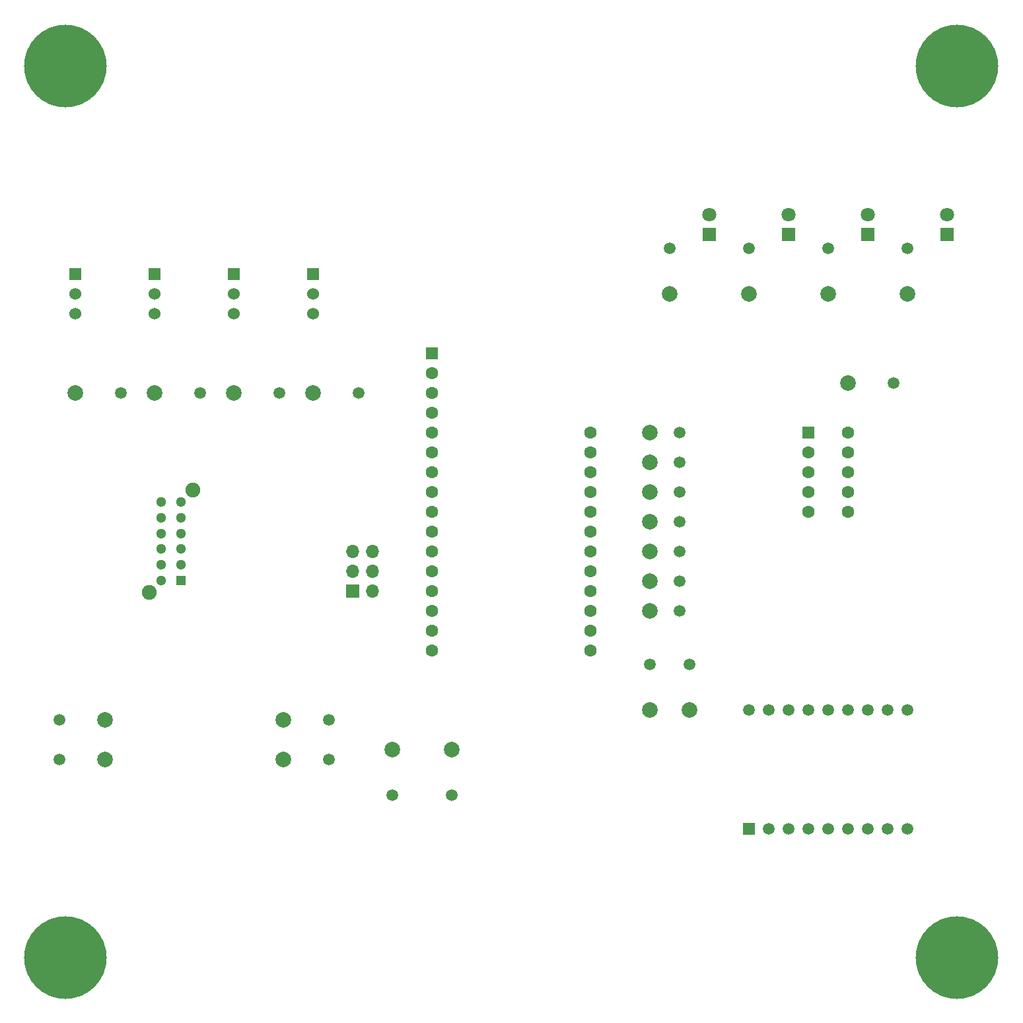
<source format=gbr>
%TF.GenerationSoftware,KiCad,Pcbnew,(5.1.10)-1*%
%TF.CreationDate,2022-03-27T12:35:49-04:00*%
%TF.ProjectId,M5TC-2022-U4BN,4d355443-2d32-4303-9232-2d5534424e2e,rev?*%
%TF.SameCoordinates,Original*%
%TF.FileFunction,Soldermask,Bot*%
%TF.FilePolarity,Negative*%
%FSLAX46Y46*%
G04 Gerber Fmt 4.6, Leading zero omitted, Abs format (unit mm)*
G04 Created by KiCad (PCBNEW (5.1.10)-1) date 2022-03-27 12:35:49*
%MOMM*%
%LPD*%
G01*
G04 APERTURE LIST*
%ADD10C,1.600000*%
%ADD11R,1.600000X1.600000*%
%ADD12C,10.600000*%
%ADD13C,0.900000*%
%ADD14R,1.700000X1.700000*%
%ADD15O,1.700000X1.700000*%
%ADD16R,1.500000X1.500000*%
%ADD17C,1.500000*%
%ADD18C,1.800000*%
%ADD19R,1.800000X1.800000*%
%ADD20R,1.300000X1.300000*%
%ADD21C,1.300000*%
%ADD22C,1.900000*%
%ADD23C,1.499997*%
%ADD24C,1.999996*%
%ADD25C,1.524000*%
%ADD26R,1.524000X1.524000*%
G04 APERTURE END LIST*
D10*
%TO.C,A1*%
X205740000Y-182880000D03*
X205740000Y-180340000D03*
X205740000Y-177800000D03*
X205740000Y-175260000D03*
X205740000Y-172720000D03*
X205740000Y-170180000D03*
X205740000Y-167640000D03*
X205740000Y-165100000D03*
X205740000Y-162560000D03*
X205740000Y-160020000D03*
X205740000Y-157480000D03*
X205740000Y-154940000D03*
X205740000Y-152400000D03*
X205740000Y-149860000D03*
X205740000Y-147320000D03*
D11*
X205740000Y-144780000D03*
D10*
X226060000Y-154940000D03*
X226060000Y-157480000D03*
X226060000Y-160020000D03*
X226060000Y-162560000D03*
X226060000Y-165100000D03*
X226060000Y-167640000D03*
X226060000Y-170180000D03*
X226060000Y-172720000D03*
X226060000Y-175260000D03*
X226060000Y-177800000D03*
X226060000Y-180340000D03*
X226060000Y-182880000D03*
%TD*%
D12*
%TO.C,H4*%
X158750000Y-107950000D03*
D13*
X162725000Y-107950000D03*
X161560749Y-110760749D03*
X158750000Y-111925000D03*
X155939251Y-110760749D03*
X154775000Y-107950000D03*
X155939251Y-105139251D03*
X158750000Y-103975000D03*
X161560749Y-105139251D03*
%TD*%
D12*
%TO.C,H1*%
X273050000Y-222250000D03*
D13*
X277025000Y-222250000D03*
X275860749Y-225060749D03*
X273050000Y-226225000D03*
X270239251Y-225060749D03*
X269075000Y-222250000D03*
X270239251Y-219439251D03*
X273050000Y-218275000D03*
X275860749Y-219439251D03*
%TD*%
%TO.C,H2*%
X275860749Y-105139251D03*
X273050000Y-103975000D03*
X270239251Y-105139251D03*
X269075000Y-107950000D03*
X270239251Y-110760749D03*
X273050000Y-111925000D03*
X275860749Y-110760749D03*
X277025000Y-107950000D03*
D12*
X273050000Y-107950000D03*
%TD*%
D13*
%TO.C,H3*%
X161560749Y-219439251D03*
X158750000Y-218275000D03*
X155939251Y-219439251D03*
X154775000Y-222250000D03*
X155939251Y-225060749D03*
X158750000Y-226225000D03*
X161560749Y-225060749D03*
X162725000Y-222250000D03*
D12*
X158750000Y-222250000D03*
%TD*%
D14*
%TO.C,J14*%
X195580000Y-175260000D03*
D15*
X198120000Y-175260000D03*
X195580000Y-172720000D03*
X198120000Y-172720000D03*
X195580000Y-170180000D03*
X198120000Y-170180000D03*
%TD*%
D11*
%TO.C,U1*%
X254000000Y-154940000D03*
D10*
X254000000Y-157480000D03*
X254000000Y-160020000D03*
X254000000Y-162560000D03*
X254000000Y-165100000D03*
X259080000Y-165100000D03*
X259080000Y-162560000D03*
X259080000Y-160020000D03*
X259080000Y-157480000D03*
X259080000Y-154940000D03*
%TD*%
D16*
%TO.C,U2*%
X246380000Y-205740000D03*
D17*
X248920000Y-205740000D03*
X251460000Y-205740000D03*
X254000000Y-205740000D03*
X256540000Y-205740000D03*
X259080000Y-205740000D03*
X261620000Y-205740000D03*
X264160000Y-205740000D03*
X266700000Y-205740000D03*
X266700000Y-190500000D03*
X264160000Y-190500000D03*
X261620000Y-190500000D03*
X259080000Y-190500000D03*
X256540000Y-190500000D03*
X254000000Y-190500000D03*
X251460000Y-190500000D03*
X248920000Y-190500000D03*
X246380000Y-190500000D03*
%TD*%
D18*
%TO.C,D1*%
X271780000Y-127000000D03*
D19*
X271780000Y-129540000D03*
%TD*%
%TO.C,D2*%
X261620000Y-129540000D03*
D18*
X261620000Y-127000000D03*
%TD*%
D19*
%TO.C,D3*%
X251460000Y-129540000D03*
D18*
X251460000Y-127000000D03*
%TD*%
%TO.C,D4*%
X241300000Y-127000000D03*
D19*
X241300000Y-129540000D03*
%TD*%
D20*
%TO.C,SW6*%
X173510000Y-173910000D03*
D21*
X173510000Y-171910000D03*
X173510000Y-169910000D03*
X173510000Y-167910000D03*
X173510000Y-165910000D03*
X173510000Y-163910000D03*
X171010000Y-173910000D03*
X171010000Y-171910000D03*
X171010000Y-169910000D03*
X171010000Y-167910000D03*
X171010000Y-165910000D03*
X171010000Y-163910000D03*
D22*
X169460000Y-175510000D03*
X175060000Y-162310000D03*
%TD*%
D23*
%TO.C,TP1*%
X208280000Y-201422000D03*
D24*
X208280000Y-195580000D03*
%TD*%
%TO.C,TP2*%
X200660000Y-195580000D03*
D23*
X200660000Y-201422000D03*
%TD*%
%TO.C,TP3*%
X266700000Y-131318000D03*
D24*
X266700000Y-137160000D03*
%TD*%
%TO.C,TP4*%
X256540000Y-137160000D03*
D23*
X256540000Y-131318000D03*
%TD*%
%TO.C,TP5*%
X246380000Y-131318000D03*
D24*
X246380000Y-137160000D03*
%TD*%
%TO.C,TP6*%
X236220000Y-137160000D03*
D23*
X236220000Y-131318000D03*
%TD*%
D24*
%TO.C,TP7*%
X233680000Y-154940000D03*
D23*
X237490000Y-154940000D03*
%TD*%
%TO.C,TP8*%
X237490000Y-158750000D03*
D24*
X233680000Y-158750000D03*
%TD*%
%TO.C,TP9*%
X233680000Y-162560000D03*
D23*
X237490000Y-162560000D03*
%TD*%
%TO.C,TP10*%
X237490000Y-166370000D03*
D24*
X233680000Y-166370000D03*
%TD*%
%TO.C,TP11*%
X233680000Y-170180000D03*
D23*
X237490000Y-170180000D03*
%TD*%
%TO.C,TP12*%
X237490000Y-173990000D03*
D24*
X233680000Y-173990000D03*
%TD*%
%TO.C,TP13*%
X233680000Y-177800000D03*
D23*
X237490000Y-177800000D03*
%TD*%
D24*
%TO.C,TP14*%
X259080000Y-148590000D03*
D23*
X264922000Y-148590000D03*
%TD*%
%TO.C,TP15*%
X233680000Y-184658000D03*
D24*
X233680000Y-190500000D03*
%TD*%
%TO.C,TP16*%
X238760000Y-190500000D03*
D23*
X238760000Y-184658000D03*
%TD*%
%TO.C,TP17*%
X196342000Y-149860000D03*
D24*
X190500000Y-149860000D03*
%TD*%
%TO.C,TP18*%
X180340000Y-149860000D03*
D23*
X186182000Y-149860000D03*
%TD*%
%TO.C,TP19*%
X176022000Y-149860000D03*
D24*
X170180000Y-149860000D03*
%TD*%
%TO.C,TP20*%
X160020000Y-149860000D03*
D23*
X165862000Y-149860000D03*
%TD*%
%TO.C,TP21*%
X192532000Y-196850000D03*
D24*
X186690000Y-196850000D03*
%TD*%
%TO.C,TP22*%
X163830000Y-191770000D03*
D23*
X157988000Y-191770000D03*
%TD*%
%TO.C,TP23*%
X192532000Y-191770000D03*
D24*
X186690000Y-191770000D03*
%TD*%
%TO.C,TP24*%
X163830000Y-196850000D03*
D23*
X157988000Y-196850000D03*
%TD*%
D25*
%TO.C,SW1*%
X160020000Y-139700000D03*
X160020000Y-137160000D03*
D26*
X160020000Y-134620000D03*
%TD*%
%TO.C,SW2*%
X170180000Y-134620000D03*
D25*
X170180000Y-137160000D03*
X170180000Y-139700000D03*
%TD*%
%TO.C,SW3*%
X180340000Y-139700000D03*
X180340000Y-137160000D03*
D26*
X180340000Y-134620000D03*
%TD*%
%TO.C,SW4*%
X190500000Y-134620000D03*
D25*
X190500000Y-137160000D03*
X190500000Y-139700000D03*
%TD*%
M02*

</source>
